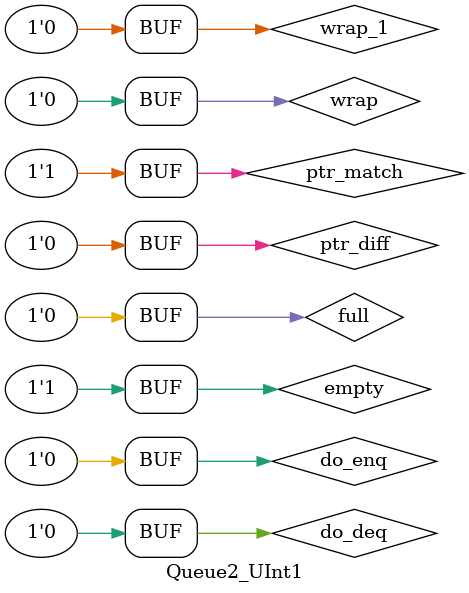
<source format=sv>
`ifndef RANDOMIZE
  `ifdef RANDOMIZE_REG_INIT
    `define RANDOMIZE
  `endif // RANDOMIZE_REG_INIT
`endif // not def RANDOMIZE

`ifndef RANDOM
  `define RANDOM $random
`endif // not def RANDOM

// Users can define 'ASSERT_VERBOSE_COND' to add an extra gate to assert error printing.
`ifndef ASSERT_VERBOSE_COND_
  `ifdef ASSERT_VERBOSE_COND
    `define ASSERT_VERBOSE_COND_ (`ASSERT_VERBOSE_COND)
  `else  // ASSERT_VERBOSE_COND
    `define ASSERT_VERBOSE_COND_ 1
  `endif // ASSERT_VERBOSE_COND
`endif // not def ASSERT_VERBOSE_COND_

// Users can define 'STOP_COND' to add an extra gate to stop conditions.
`ifndef STOP_COND_
  `ifdef STOP_COND
    `define STOP_COND_ (`STOP_COND)
  `else  // STOP_COND
    `define STOP_COND_ 1
  `endif // STOP_COND
`endif // not def STOP_COND_

// Users can define INIT_RANDOM as general code that gets injected into the
// initializer block for modules with registers.
`ifndef INIT_RANDOM
  `define INIT_RANDOM
`endif // not def INIT_RANDOM

// If using random initialization, you can also define RANDOMIZE_DELAY to
// customize the delay used, otherwise 0.002 is used.
`ifndef RANDOMIZE_DELAY
  `define RANDOMIZE_DELAY 0.002
`endif // not def RANDOMIZE_DELAY

// Define INIT_RANDOM_PROLOG_ for use in our modules below.
`ifndef INIT_RANDOM_PROLOG_
  `ifdef RANDOMIZE
    `ifdef VERILATOR
      `define INIT_RANDOM_PROLOG_ `INIT_RANDOM
    `else  // VERILATOR
      `define INIT_RANDOM_PROLOG_ `INIT_RANDOM #`RANDOMIZE_DELAY begin end
    `endif // VERILATOR
  `else  // RANDOMIZE
    `define INIT_RANDOM_PROLOG_
  `endif // RANDOMIZE
`endif // not def INIT_RANDOM_PROLOG_

// Include register initializers in init blocks unless synthesis is set
`ifndef SYNTHESIS
  `ifndef ENABLE_INITIAL_REG_
    `define ENABLE_INITIAL_REG_
  `endif // not def ENABLE_INITIAL_REG_
`endif // not def SYNTHESIS

// Include rmemory initializers in init blocks unless synthesis is set
`ifndef SYNTHESIS
  `ifndef ENABLE_INITIAL_MEM_
    `define ENABLE_INITIAL_MEM_
  `endif // not def ENABLE_INITIAL_MEM_
`endif // not def SYNTHESIS

module Queue2_UInt1();
  wire full = 1'h0;	// src/main/scala/chisel3/util/Decoupled.scala:256:14, :263:24, :264:27, :265:27, :277:15, :299:17, :301:14, :302:{26,35}
  wire do_enq = 1'h0;	// src/main/scala/chisel3/util/Decoupled.scala:256:14, :264:27, :265:27, :277:15, :299:17, :301:14, :302:{26,35}
  wire do_deq = 1'h0;	// src/main/scala/chisel3/util/Decoupled.scala:256:14, :264:27, :265:27, :277:15, :299:17, :301:14, :302:{26,35}
  wire wrap = 1'h0;	// src/main/scala/chisel3/util/Counter.scala:73:24, src/main/scala/chisel3/util/Decoupled.scala:256:14, :264:27, :265:27, :277:15, :299:17, :301:14, :302:{26,35}
  wire wrap_1 = 1'h0;	// src/main/scala/chisel3/util/Counter.scala:73:24, src/main/scala/chisel3/util/Decoupled.scala:256:14, :264:27, :265:27, :277:15, :299:17, :301:14, :302:{26,35}
  wire ptr_diff = 1'h0;	// src/main/scala/chisel3/util/Decoupled.scala:256:14, :264:27, :265:27, :277:15, :299:17, :301:14, :302:{26,35}, :310:32
  wire ptr_match = 1'h1;	// src/main/scala/chisel3/util/Decoupled.scala:261:33
  wire empty = ptr_match;	// src/main/scala/chisel3/util/Decoupled.scala:261:33, :262:25
endmodule


</source>
